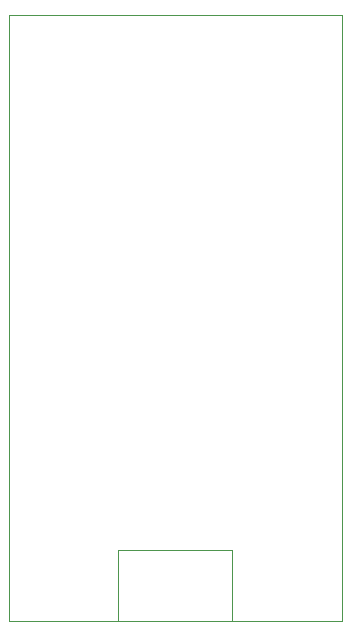
<source format=gbr>
%TF.GenerationSoftware,KiCad,Pcbnew,7.0.8*%
%TF.CreationDate,2024-02-17T12:00:41+01:00*%
%TF.ProjectId,Pendulo_Invertido,50656e64-756c-46f5-9f49-6e7665727469,rev?*%
%TF.SameCoordinates,Original*%
%TF.FileFunction,Paste,Bot*%
%TF.FilePolarity,Positive*%
%FSLAX46Y46*%
G04 Gerber Fmt 4.6, Leading zero omitted, Abs format (unit mm)*
G04 Created by KiCad (PCBNEW 7.0.8) date 2024-02-17 12:00:41*
%MOMM*%
%LPD*%
G01*
G04 APERTURE LIST*
%ADD10C,0.100000*%
G04 APERTURE END LIST*
D10*
%TO.C,ESP32-DEVKIT-V1*%
X58100000Y-4230000D02*
X86270000Y-4230000D01*
X86270000Y-4230000D02*
X86270000Y-55540000D01*
X86270000Y-55540000D02*
X58100000Y-55540000D01*
X58100000Y-55540000D02*
X58100000Y-4230000D01*
X67360000Y-49540000D02*
X77010000Y-49540000D01*
X77010000Y-49540000D02*
X77010000Y-55540000D01*
X77010000Y-55540000D02*
X67360000Y-55540000D01*
X67360000Y-55540000D02*
X67360000Y-49540000D01*
%TD*%
M02*

</source>
